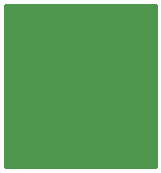
<source format=gbr>
%TF.GenerationSoftware,KiCad,Pcbnew,5.1.6-c6e7f7d~87~ubuntu20.04.1*%
%TF.CreationDate,2021-01-17T18:02:22+02:00*%
%TF.ProjectId,LED_Mount,4c45445f-4d6f-4756-9e74-2e6b69636164,rev?*%
%TF.SameCoordinates,Original*%
%TF.FileFunction,Soldermask,Top*%
%TF.FilePolarity,Negative*%
%FSLAX46Y46*%
G04 Gerber Fmt 4.6, Leading zero omitted, Abs format (unit mm)*
G04 Created by KiCad (PCBNEW 5.1.6-c6e7f7d~87~ubuntu20.04.1) date 2021-01-17 18:02:22*
%MOMM*%
%LPD*%
G01*
G04 APERTURE LIST*
%ADD10C,0.254000*%
G04 APERTURE END LIST*
D10*
G36*
X123873000Y-73873000D02*
G01*
X111127000Y-73873000D01*
X111127000Y-60127000D01*
X123873000Y-60127000D01*
X123873000Y-73873000D01*
G37*
X123873000Y-73873000D02*
X111127000Y-73873000D01*
X111127000Y-60127000D01*
X123873000Y-60127000D01*
X123873000Y-73873000D01*
M02*

</source>
